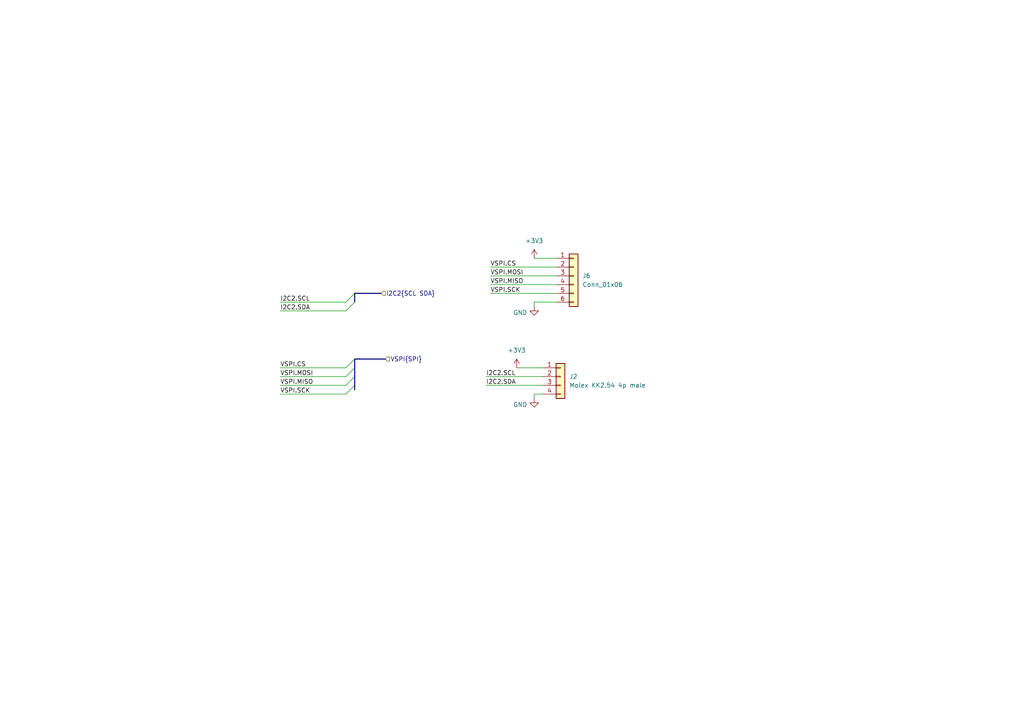
<source format=kicad_sch>
(kicad_sch (version 20231120) (generator "eeschema") (generator_version "8.0")
  (paper "A4")
  (title_block (title "MCU Headers") (date "2025-02-04") (rev "A") (company "Artem Horiunov") (comment 1 "DESIGNED IN POLAND"))
  (lib_symbols
    (symbol "Connector_Generic:Conn_01x04" (pin_names (offset 1.016) hide)
      (property "Reference" "J" (at 0 5.08 0))
      (property "Value" "Conn_01x04" (at 0 -7.62 0))
      (symbol "Conn_01x04_1_1"
        (rectangle (start -1.27 -4.953) (end 0 -5.207) (stroke (width 0.1524)))
        (rectangle (start -1.27 -2.413) (end 0 -2.667) (stroke (width 0.1524)))
        (rectangle (start -1.27 0.127) (end 0 -0.127) (stroke (width 0.1524)))
        (rectangle (start -1.27 2.667) (end 0 2.413) (stroke (width 0.1524)))
        (rectangle (start -1.27 3.81) (end 1.27 -6.35) (stroke (width 0.254)) (fill (type background)))
        (pin passive line (at -5.08 2.54 0) (length 3.81) (name "Pin_1") (number "1"))
        (pin passive line (at -5.08 0 0) (length 3.81) (name "Pin_2") (number "2"))
        (pin passive line (at -5.08 -2.54 0) (length 3.81) (name "Pin_3") (number "3"))
        (pin passive line (at -5.08 -5.08 0) (length 3.81) (name "Pin_4") (number "4"))
      )
    )
    (symbol "Connector_Generic:Conn_01x06" (pin_names (offset 1.016) hide)
      (property "Reference" "J" (at 0 7.62 0))
      (property "Value" "Conn_01x06" (at 0 -10.16 0))
      (symbol "Conn_01x06_1_1"
        (rectangle (start -1.27 -7.493) (end 0 -7.747) (stroke (width 0.1524)))
        (rectangle (start -1.27 -4.953) (end 0 -5.207) (stroke (width 0.1524)))
        (rectangle (start -1.27 -2.413) (end 0 -2.667) (stroke (width 0.1524)))
        (rectangle (start -1.27 0.127) (end 0 -0.127) (stroke (width 0.1524)))
        (rectangle (start -1.27 2.667) (end 0 2.413) (stroke (width 0.1524)))
        (rectangle (start -1.27 5.207) (end 0 4.953) (stroke (width 0.1524)))
        (rectangle (start -1.27 6.35) (end 1.27 -8.89) (stroke (width 0.254)) (fill (type background)))
        (pin passive line (at -5.08 5.08 0) (length 3.81) (name "Pin_1") (number "1"))
        (pin passive line (at -5.08 2.54 0) (length 3.81) (name "Pin_2") (number "2"))
        (pin passive line (at -5.08 0 0) (length 3.81) (name "Pin_3") (number "3"))
        (pin passive line (at -5.08 -2.54 0) (length 3.81) (name "Pin_4") (number "4"))
        (pin passive line (at -5.08 -5.08 0) (length 3.81) (name "Pin_5") (number "5"))
        (pin passive line (at -5.08 -7.62 0) (length 3.81) (name "Pin_6") (number "6"))
      )
    )
    (symbol "power:+3V3" (power) (pin_numbers hide) (pin_names (offset 0) hide)
      (property "Value" "+3V3" (at 0 3.556 0))
      (symbol "+3V3_0_1"
        (polyline (pts (xy -0.762 1.27) (xy 0 2.54)))
        (polyline (pts (xy 0 0) (xy 0 2.54)))
        (polyline (pts (xy 0 2.54) (xy 0.762 1.27)))
      )
      (symbol "+3V3_1_1"
        (pin power_in line (at 0 0 90) (length 0) (name "~") (number "1"))
      )
    )
    (symbol "power:GND" (power) (pin_numbers hide) (pin_names (offset 0) hide)
      (property "Value" "GND" (at 0 -3.81 0))
      (symbol "GND_0_1"
        (polyline (pts (xy 0 0) (xy 0 -1.27) (xy 1.27 -1.27) (xy 0 -2.54) (xy -1.27 -1.27) (xy 0 -1.27)))
      )
      (symbol "GND_1_1"
        (pin power_in line (at 0 0 270) (length 0) (name "~") (number "1"))
      )
    )
  )
  (bus_entry (at 102.87 109.22) (size -2.54 2.54))
  (bus_entry (at 102.87 111.76) (size -2.54 2.54))
  (bus_entry (at 102.87 85.09) (size -2.54 2.54))
  (bus_entry (at 102.87 106.68) (size -2.54 2.54))
  (bus_entry (at 102.87 87.63) (size -2.54 2.54))
  (bus_entry (at 102.87 104.14) (size -2.54 2.54))
  (wire (pts (xy 140.97 111.76) (xy 157.48 111.76)))
  (wire (pts (xy 142.24 85.09) (xy 161.29 85.09)))
  (wire (pts (xy 81.28 90.17) (xy 100.33 90.17)))
  (wire (pts (xy 154.94 74.93) (xy 161.29 74.93)))
  (wire (pts (xy 81.28 87.63) (xy 100.33 87.63)))
  (bus (pts (xy 102.87 109.22) (xy 102.87 111.76)))
  (wire (pts (xy 149.86 106.68) (xy 157.48 106.68)))
  (wire (pts (xy 154.94 114.3) (xy 157.48 114.3)))
  (wire (pts (xy 142.24 77.47) (xy 161.29 77.47)))
  (wire (pts (xy 81.28 114.3) (xy 100.33 114.3)))
  (wire (pts (xy 81.28 109.22) (xy 100.33 109.22)))
  (wire (pts (xy 140.97 109.22) (xy 157.48 109.22)))
  (bus (pts (xy 102.87 111.76) (xy 102.87 113.03)))
  (bus (pts (xy 102.87 104.14) (xy 102.87 106.68)))
  (wire (pts (xy 154.94 87.63) (xy 161.29 87.63)))
  (wire (pts (xy 154.94 88.9) (xy 154.94 87.63)))
  (bus (pts (xy 102.87 106.68) (xy 102.87 109.22)))
  (bus (pts (xy 110.49 85.09) (xy 102.87 85.09)))
  (wire (pts (xy 142.24 82.55) (xy 161.29 82.55)))
  (bus (pts (xy 102.87 85.09) (xy 102.87 87.63)))
  (wire (pts (xy 81.28 111.76) (xy 100.33 111.76)))
  (wire (pts (xy 81.28 106.68) (xy 100.33 106.68)))
  (wire (pts (xy 142.24 80.01) (xy 161.29 80.01)))
  (bus (pts (xy 111.76 104.14) (xy 102.87 104.14)))
  (wire (pts (xy 154.94 115.57) (xy 154.94 114.3)))
  (label "I2C2.SCL" (at 140.97 109.22 0))
  (label "VSPI.SCK" (at 142.24 85.09 0))
  (label "I2C2.SDA" (at 140.97 111.76 0))
  (label "VSPI.CS" (at 142.24 77.47 0))
  (label "VSPI.MISO" (at 81.28 111.76 0))
  (label "VSPI.MOSI" (at 81.28 109.22 0))
  (label "VSPI.MOSI" (at 142.24 80.01 0))
  (label "VSPI.SCK" (at 81.28 114.3 0))
  (label "I2C2.SCL" (at 81.28 87.63 0))
  (label "I2C2.SDA" (at 81.28 90.17 0))
  (label "VSPI.CS" (at 81.28 106.68 0))
  (label "VSPI.MISO" (at 142.24 82.55 0))
  (hierarchical_label "I2C2{SCL SDA}" (shape input) (at 110.49 85.09 0))
  (hierarchical_label "VSPI{SPI}" (shape input) (at 111.76 104.14 0))
  (symbol (lib_id "power:GND") (at 154.94 115.57 0) (unit 1)
    (property "Reference" "#PWR072" (effects (hide yes)))
    (property "Value" "GND" (at 150.876 117.348 0))
    (property "Description" "Power symbol creates a global label with name \"GND\" , ground" (effects (hide yes)))
  )
  (symbol (lib_id "Connector_Generic:Conn_01x04") (at 162.56 109.22 0) (unit 1)
    (property "Reference" "J2" (at 165.1 109.22 0) (effects (justify left)))
    (property "Value" "Molex KK2.54 4p male" (at 165.1 111.76 0) (effects (justify left)))
    (property "Footprint" "Connector_JST:JST_GH_BM04B-GHS-TBT_1x04-1MP_P1.25mm_Vertical" (effects (hide yes)))
    (property "Description" "Generic connector, single row, 01x04, script generated (kicad-library-utils/schlib/autogen/connector/)" (effects (hide yes)))
  )
  (symbol (lib_id "power:GND") (at 154.94 88.9 0) (unit 1)
    (property "Reference" "#PWR048" (effects (hide yes)))
    (property "Value" "GND" (at 150.876 90.678 0))
    (property "Description" "Power symbol creates a global label with name \"GND\" , ground" (effects (hide yes)))
  )
  (symbol (lib_id "Connector_Generic:Conn_01x06") (at 166.37 80.01 0) (unit 1)
    (property "Reference" "J6" (at 168.91 80.01 0) (effects (justify left)))
    (property "Value" "Conn_01x06" (at 168.91 82.55 0) (effects (justify left)))
    (property "Footprint" "Connector_JST:JST_GH_BM06B-GHS-TBT_1x06-1MP_P1.25mm_Vertical" (effects (hide yes)))
    (property "Description" "Generic connector, single row, 01x06, script generated (kicad-library-utils/schlib/autogen/connector/)" (effects (hide yes)))
  )
  (symbol (lib_id "power:+3V3") (at 154.94 74.93 0) (unit 1)
    (property "Reference" "#PWR047" (effects (hide yes)))
    (property "Value" "+3V3" (at 154.94 69.85 0))
    (property "Description" "Power symbol creates a global label with name \"+3V3\"" (effects (hide yes)))
  )
  (symbol (lib_id "power:+3V3") (at 149.86 106.68 0) (unit 1)
    (property "Reference" "#PWR071" (effects (hide yes)))
    (property "Value" "+3V3" (at 149.86 101.6 0))
    (property "Description" "Power symbol creates a global label with name \"+3V3\"" (effects (hide yes)))
  )
)
</source>
